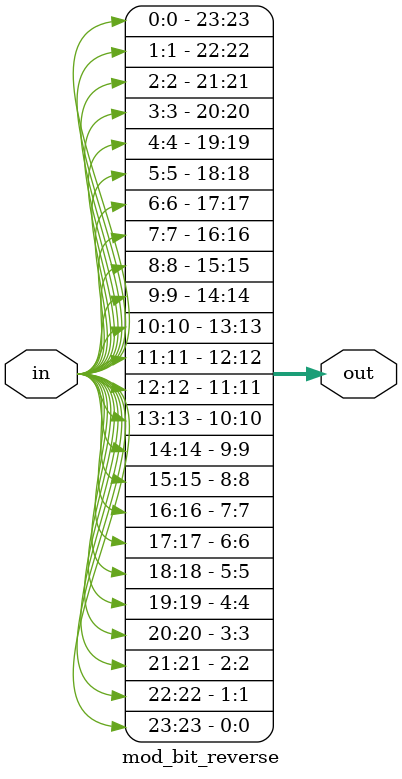
<source format=v>
module mod_bit_reverse( in, out );
parameter NUM_BITS = 24;
input wire [NUM_BITS-1:0]in;
output wire [NUM_BITS-1:0]out;
genvar i;
generate
  for(i=0; i<NUM_BITS; i=i+1) 
  begin : block_rev
    assign out[NUM_BITS-1-i] = in[i];
  end
endgenerate
endmodule
</source>
